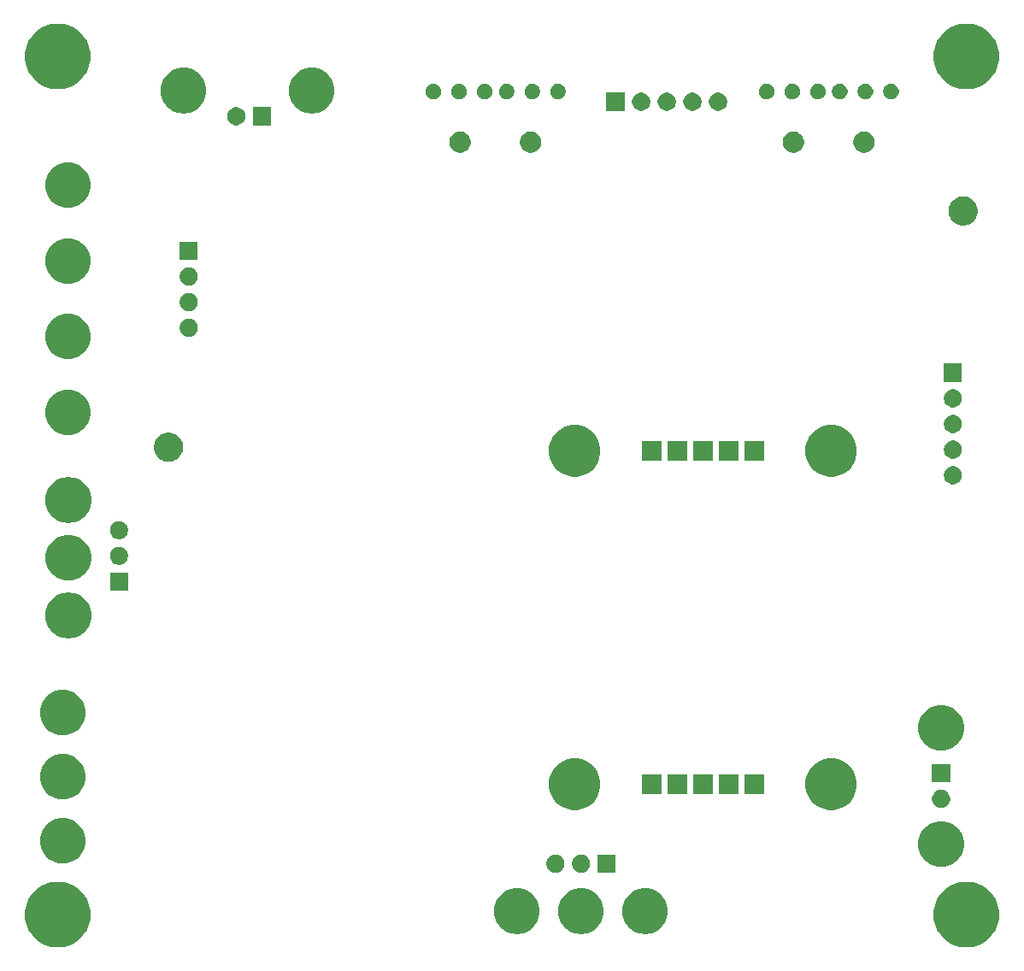
<source format=gbr>
G04 #@! TF.GenerationSoftware,KiCad,Pcbnew,(5.1.5)-3*
G04 #@! TF.CreationDate,2020-10-27T23:28:23+01:00*
G04 #@! TF.ProjectId,control_loop_1,636f6e74-726f-46c5-9f6c-6f6f705f312e,rev?*
G04 #@! TF.SameCoordinates,Original*
G04 #@! TF.FileFunction,Soldermask,Bot*
G04 #@! TF.FilePolarity,Negative*
%FSLAX46Y46*%
G04 Gerber Fmt 4.6, Leading zero omitted, Abs format (unit mm)*
G04 Created by KiCad (PCBNEW (5.1.5)-3) date 2020-10-27 23:28:23*
%MOMM*%
%LPD*%
G04 APERTURE LIST*
%ADD10C,0.100000*%
G04 APERTURE END LIST*
D10*
G36*
X186622239Y-135327467D02*
G01*
X186936282Y-135389934D01*
X187527926Y-135635001D01*
X188060392Y-135990784D01*
X188513216Y-136443608D01*
X188868999Y-136976074D01*
X189114066Y-137567718D01*
X189114066Y-137567719D01*
X189239000Y-138195803D01*
X189239000Y-138836197D01*
X189208931Y-138987365D01*
X189114066Y-139464282D01*
X188868999Y-140055926D01*
X188513216Y-140588392D01*
X188060392Y-141041216D01*
X187527926Y-141396999D01*
X186936282Y-141642066D01*
X186622239Y-141704533D01*
X186308197Y-141767000D01*
X185667803Y-141767000D01*
X185353761Y-141704533D01*
X185039718Y-141642066D01*
X184448074Y-141396999D01*
X183915608Y-141041216D01*
X183462784Y-140588392D01*
X183107001Y-140055926D01*
X182861934Y-139464282D01*
X182767069Y-138987365D01*
X182737000Y-138836197D01*
X182737000Y-138195803D01*
X182861934Y-137567719D01*
X182861934Y-137567718D01*
X183107001Y-136976074D01*
X183462784Y-136443608D01*
X183915608Y-135990784D01*
X184448074Y-135635001D01*
X185039718Y-135389934D01*
X185353761Y-135327467D01*
X185667803Y-135265000D01*
X186308197Y-135265000D01*
X186622239Y-135327467D01*
G37*
G36*
X96622239Y-135327467D02*
G01*
X96936282Y-135389934D01*
X97527926Y-135635001D01*
X98060392Y-135990784D01*
X98513216Y-136443608D01*
X98868999Y-136976074D01*
X99114066Y-137567718D01*
X99114066Y-137567719D01*
X99239000Y-138195803D01*
X99239000Y-138836197D01*
X99208931Y-138987365D01*
X99114066Y-139464282D01*
X98868999Y-140055926D01*
X98513216Y-140588392D01*
X98060392Y-141041216D01*
X97527926Y-141396999D01*
X96936282Y-141642066D01*
X96622239Y-141704533D01*
X96308197Y-141767000D01*
X95667803Y-141767000D01*
X95353761Y-141704533D01*
X95039718Y-141642066D01*
X94448074Y-141396999D01*
X93915608Y-141041216D01*
X93462784Y-140588392D01*
X93107001Y-140055926D01*
X92861934Y-139464282D01*
X92767069Y-138987365D01*
X92737000Y-138836197D01*
X92737000Y-138195803D01*
X92861934Y-137567719D01*
X92861934Y-137567718D01*
X93107001Y-136976074D01*
X93462784Y-136443608D01*
X93915608Y-135990784D01*
X94448074Y-135635001D01*
X95039718Y-135389934D01*
X95353761Y-135327467D01*
X95667803Y-135265000D01*
X96308197Y-135265000D01*
X96622239Y-135327467D01*
G37*
G36*
X148103880Y-135935776D02*
G01*
X148484593Y-136011504D01*
X148894249Y-136181189D01*
X149262929Y-136427534D01*
X149576466Y-136741071D01*
X149822811Y-137109751D01*
X149992496Y-137519407D01*
X150079000Y-137954296D01*
X150079000Y-138397704D01*
X149992496Y-138832593D01*
X149822811Y-139242249D01*
X149576466Y-139610929D01*
X149262929Y-139924466D01*
X148894249Y-140170811D01*
X148484593Y-140340496D01*
X148103880Y-140416224D01*
X148049705Y-140427000D01*
X147606295Y-140427000D01*
X147552120Y-140416224D01*
X147171407Y-140340496D01*
X146761751Y-140170811D01*
X146393071Y-139924466D01*
X146079534Y-139610929D01*
X145833189Y-139242249D01*
X145663504Y-138832593D01*
X145577000Y-138397704D01*
X145577000Y-137954296D01*
X145663504Y-137519407D01*
X145833189Y-137109751D01*
X146079534Y-136741071D01*
X146393071Y-136427534D01*
X146761751Y-136181189D01*
X147171407Y-136011504D01*
X147552120Y-135935776D01*
X147606295Y-135925000D01*
X148049705Y-135925000D01*
X148103880Y-135935776D01*
G37*
G36*
X154453880Y-135935776D02*
G01*
X154834593Y-136011504D01*
X155244249Y-136181189D01*
X155612929Y-136427534D01*
X155926466Y-136741071D01*
X156172811Y-137109751D01*
X156342496Y-137519407D01*
X156429000Y-137954296D01*
X156429000Y-138397704D01*
X156342496Y-138832593D01*
X156172811Y-139242249D01*
X155926466Y-139610929D01*
X155612929Y-139924466D01*
X155244249Y-140170811D01*
X154834593Y-140340496D01*
X154453880Y-140416224D01*
X154399705Y-140427000D01*
X153956295Y-140427000D01*
X153902120Y-140416224D01*
X153521407Y-140340496D01*
X153111751Y-140170811D01*
X152743071Y-139924466D01*
X152429534Y-139610929D01*
X152183189Y-139242249D01*
X152013504Y-138832593D01*
X151927000Y-138397704D01*
X151927000Y-137954296D01*
X152013504Y-137519407D01*
X152183189Y-137109751D01*
X152429534Y-136741071D01*
X152743071Y-136427534D01*
X153111751Y-136181189D01*
X153521407Y-136011504D01*
X153902120Y-135935776D01*
X153956295Y-135925000D01*
X154399705Y-135925000D01*
X154453880Y-135935776D01*
G37*
G36*
X141753880Y-135935776D02*
G01*
X142134593Y-136011504D01*
X142544249Y-136181189D01*
X142912929Y-136427534D01*
X143226466Y-136741071D01*
X143472811Y-137109751D01*
X143642496Y-137519407D01*
X143729000Y-137954296D01*
X143729000Y-138397704D01*
X143642496Y-138832593D01*
X143472811Y-139242249D01*
X143226466Y-139610929D01*
X142912929Y-139924466D01*
X142544249Y-140170811D01*
X142134593Y-140340496D01*
X141753880Y-140416224D01*
X141699705Y-140427000D01*
X141256295Y-140427000D01*
X141202120Y-140416224D01*
X140821407Y-140340496D01*
X140411751Y-140170811D01*
X140043071Y-139924466D01*
X139729534Y-139610929D01*
X139483189Y-139242249D01*
X139313504Y-138832593D01*
X139227000Y-138397704D01*
X139227000Y-137954296D01*
X139313504Y-137519407D01*
X139483189Y-137109751D01*
X139729534Y-136741071D01*
X140043071Y-136427534D01*
X140411751Y-136181189D01*
X140821407Y-136011504D01*
X141202120Y-135935776D01*
X141256295Y-135925000D01*
X141699705Y-135925000D01*
X141753880Y-135935776D01*
G37*
G36*
X151269000Y-134378000D02*
G01*
X149467000Y-134378000D01*
X149467000Y-132576000D01*
X151269000Y-132576000D01*
X151269000Y-134378000D01*
G37*
G36*
X145401512Y-132580927D02*
G01*
X145550812Y-132610624D01*
X145714784Y-132678544D01*
X145862354Y-132777147D01*
X145987853Y-132902646D01*
X146086456Y-133050216D01*
X146154376Y-133214188D01*
X146189000Y-133388259D01*
X146189000Y-133565741D01*
X146154376Y-133739812D01*
X146086456Y-133903784D01*
X145987853Y-134051354D01*
X145862354Y-134176853D01*
X145714784Y-134275456D01*
X145550812Y-134343376D01*
X145401512Y-134373073D01*
X145376742Y-134378000D01*
X145199258Y-134378000D01*
X145174488Y-134373073D01*
X145025188Y-134343376D01*
X144861216Y-134275456D01*
X144713646Y-134176853D01*
X144588147Y-134051354D01*
X144489544Y-133903784D01*
X144421624Y-133739812D01*
X144387000Y-133565741D01*
X144387000Y-133388259D01*
X144421624Y-133214188D01*
X144489544Y-133050216D01*
X144588147Y-132902646D01*
X144713646Y-132777147D01*
X144861216Y-132678544D01*
X145025188Y-132610624D01*
X145174488Y-132580927D01*
X145199258Y-132576000D01*
X145376742Y-132576000D01*
X145401512Y-132580927D01*
G37*
G36*
X147941512Y-132580927D02*
G01*
X148090812Y-132610624D01*
X148254784Y-132678544D01*
X148402354Y-132777147D01*
X148527853Y-132902646D01*
X148626456Y-133050216D01*
X148694376Y-133214188D01*
X148729000Y-133388259D01*
X148729000Y-133565741D01*
X148694376Y-133739812D01*
X148626456Y-133903784D01*
X148527853Y-134051354D01*
X148402354Y-134176853D01*
X148254784Y-134275456D01*
X148090812Y-134343376D01*
X147941512Y-134373073D01*
X147916742Y-134378000D01*
X147739258Y-134378000D01*
X147714488Y-134373073D01*
X147565188Y-134343376D01*
X147401216Y-134275456D01*
X147253646Y-134176853D01*
X147128147Y-134051354D01*
X147029544Y-133903784D01*
X146961624Y-133739812D01*
X146927000Y-133565741D01*
X146927000Y-133388259D01*
X146961624Y-133214188D01*
X147029544Y-133050216D01*
X147128147Y-132902646D01*
X147253646Y-132777147D01*
X147401216Y-132678544D01*
X147565188Y-132610624D01*
X147714488Y-132580927D01*
X147739258Y-132576000D01*
X147916742Y-132576000D01*
X147941512Y-132580927D01*
G37*
G36*
X183763880Y-129275776D02*
G01*
X184144593Y-129351504D01*
X184554249Y-129521189D01*
X184922929Y-129767534D01*
X185236466Y-130081071D01*
X185482811Y-130449751D01*
X185652496Y-130859407D01*
X185739000Y-131294296D01*
X185739000Y-131737704D01*
X185652496Y-132172593D01*
X185482811Y-132582249D01*
X185236466Y-132950929D01*
X184922929Y-133264466D01*
X184554249Y-133510811D01*
X184144593Y-133680496D01*
X183763880Y-133756224D01*
X183709705Y-133767000D01*
X183266295Y-133767000D01*
X183212120Y-133756224D01*
X182831407Y-133680496D01*
X182421751Y-133510811D01*
X182053071Y-133264466D01*
X181739534Y-132950929D01*
X181493189Y-132582249D01*
X181323504Y-132172593D01*
X181237000Y-131737704D01*
X181237000Y-131294296D01*
X181323504Y-130859407D01*
X181493189Y-130449751D01*
X181739534Y-130081071D01*
X182053071Y-129767534D01*
X182421751Y-129521189D01*
X182831407Y-129351504D01*
X183212120Y-129275776D01*
X183266295Y-129265000D01*
X183709705Y-129265000D01*
X183763880Y-129275776D01*
G37*
G36*
X96748880Y-128985776D02*
G01*
X97129593Y-129061504D01*
X97539249Y-129231189D01*
X97907929Y-129477534D01*
X98221466Y-129791071D01*
X98467811Y-130159751D01*
X98637496Y-130569407D01*
X98724000Y-131004296D01*
X98724000Y-131447704D01*
X98637496Y-131882593D01*
X98467811Y-132292249D01*
X98221466Y-132660929D01*
X97907929Y-132974466D01*
X97539249Y-133220811D01*
X97129593Y-133390496D01*
X96748880Y-133466224D01*
X96694705Y-133477000D01*
X96251295Y-133477000D01*
X96197120Y-133466224D01*
X95816407Y-133390496D01*
X95406751Y-133220811D01*
X95038071Y-132974466D01*
X94724534Y-132660929D01*
X94478189Y-132292249D01*
X94308504Y-131882593D01*
X94222000Y-131447704D01*
X94222000Y-131004296D01*
X94308504Y-130569407D01*
X94478189Y-130159751D01*
X94724534Y-129791071D01*
X95038071Y-129477534D01*
X95406751Y-129231189D01*
X95816407Y-129061504D01*
X96197120Y-128985776D01*
X96251295Y-128975000D01*
X96694705Y-128975000D01*
X96748880Y-128985776D01*
G37*
G36*
X173337098Y-123150033D02*
G01*
X173801350Y-123342332D01*
X173801352Y-123342333D01*
X174219168Y-123621509D01*
X174574491Y-123976832D01*
X174853667Y-124394648D01*
X174853668Y-124394650D01*
X175045967Y-124858902D01*
X175144000Y-125351747D01*
X175144000Y-125854253D01*
X175045967Y-126347098D01*
X174853668Y-126811350D01*
X174853667Y-126811352D01*
X174574491Y-127229168D01*
X174219168Y-127584491D01*
X173801352Y-127863667D01*
X173801351Y-127863668D01*
X173801350Y-127863668D01*
X173337098Y-128055967D01*
X172844253Y-128154000D01*
X172341747Y-128154000D01*
X171848902Y-128055967D01*
X171384650Y-127863668D01*
X171384649Y-127863668D01*
X171384648Y-127863667D01*
X170966832Y-127584491D01*
X170611509Y-127229168D01*
X170332333Y-126811352D01*
X170332332Y-126811350D01*
X170140033Y-126347098D01*
X170042000Y-125854253D01*
X170042000Y-125351747D01*
X170140033Y-124858902D01*
X170332332Y-124394650D01*
X170332333Y-124394648D01*
X170611509Y-123976832D01*
X170966832Y-123621509D01*
X171384648Y-123342333D01*
X171384650Y-123342332D01*
X171848902Y-123150033D01*
X172341747Y-123052000D01*
X172844253Y-123052000D01*
X173337098Y-123150033D01*
G37*
G36*
X147937098Y-123150033D02*
G01*
X148401350Y-123342332D01*
X148401352Y-123342333D01*
X148819168Y-123621509D01*
X149174491Y-123976832D01*
X149453667Y-124394648D01*
X149453668Y-124394650D01*
X149645967Y-124858902D01*
X149744000Y-125351747D01*
X149744000Y-125854253D01*
X149645967Y-126347098D01*
X149453668Y-126811350D01*
X149453667Y-126811352D01*
X149174491Y-127229168D01*
X148819168Y-127584491D01*
X148401352Y-127863667D01*
X148401351Y-127863668D01*
X148401350Y-127863668D01*
X147937098Y-128055967D01*
X147444253Y-128154000D01*
X146941747Y-128154000D01*
X146448902Y-128055967D01*
X145984650Y-127863668D01*
X145984649Y-127863668D01*
X145984648Y-127863667D01*
X145566832Y-127584491D01*
X145211509Y-127229168D01*
X144932333Y-126811352D01*
X144932332Y-126811350D01*
X144740033Y-126347098D01*
X144642000Y-125854253D01*
X144642000Y-125351747D01*
X144740033Y-124858902D01*
X144932332Y-124394650D01*
X144932333Y-124394648D01*
X145211509Y-123976832D01*
X145566832Y-123621509D01*
X145984648Y-123342333D01*
X145984650Y-123342332D01*
X146448902Y-123150033D01*
X146941747Y-123052000D01*
X147444253Y-123052000D01*
X147937098Y-123150033D01*
G37*
G36*
X183600335Y-126159693D02*
G01*
X183750812Y-126189624D01*
X183914784Y-126257544D01*
X184062354Y-126356147D01*
X184187853Y-126481646D01*
X184286456Y-126629216D01*
X184354376Y-126793188D01*
X184389000Y-126967259D01*
X184389000Y-127144741D01*
X184354376Y-127318812D01*
X184286456Y-127482784D01*
X184187853Y-127630354D01*
X184062354Y-127755853D01*
X183914784Y-127854456D01*
X183750812Y-127922376D01*
X183601512Y-127952073D01*
X183576742Y-127957000D01*
X183399258Y-127957000D01*
X183374488Y-127952073D01*
X183225188Y-127922376D01*
X183061216Y-127854456D01*
X182913646Y-127755853D01*
X182788147Y-127630354D01*
X182689544Y-127482784D01*
X182621624Y-127318812D01*
X182587000Y-127144741D01*
X182587000Y-126967259D01*
X182621624Y-126793188D01*
X182689544Y-126629216D01*
X182788147Y-126481646D01*
X182913646Y-126356147D01*
X183061216Y-126257544D01*
X183225188Y-126189624D01*
X183375665Y-126159693D01*
X183399258Y-126155000D01*
X183576742Y-126155000D01*
X183600335Y-126159693D01*
G37*
G36*
X96748880Y-122635776D02*
G01*
X97129593Y-122711504D01*
X97539249Y-122881189D01*
X97907929Y-123127534D01*
X98221466Y-123441071D01*
X98467811Y-123809751D01*
X98637496Y-124219407D01*
X98724000Y-124654296D01*
X98724000Y-125097704D01*
X98637496Y-125532593D01*
X98467811Y-125942249D01*
X98221466Y-126310929D01*
X97907929Y-126624466D01*
X97539249Y-126870811D01*
X97129593Y-127040496D01*
X96748880Y-127116224D01*
X96694705Y-127127000D01*
X96251295Y-127127000D01*
X96197120Y-127116224D01*
X95816407Y-127040496D01*
X95406751Y-126870811D01*
X95038071Y-126624466D01*
X94724534Y-126310929D01*
X94478189Y-125942249D01*
X94308504Y-125532593D01*
X94222000Y-125097704D01*
X94222000Y-124654296D01*
X94308504Y-124219407D01*
X94478189Y-123809751D01*
X94724534Y-123441071D01*
X95038071Y-123127534D01*
X95406751Y-122881189D01*
X95816407Y-122711504D01*
X96197120Y-122635776D01*
X96251295Y-122625000D01*
X96694705Y-122625000D01*
X96748880Y-122635776D01*
G37*
G36*
X155764000Y-126554000D02*
G01*
X153862000Y-126554000D01*
X153862000Y-124652000D01*
X155764000Y-124652000D01*
X155764000Y-126554000D01*
G37*
G36*
X158304000Y-126554000D02*
G01*
X156402000Y-126554000D01*
X156402000Y-124652000D01*
X158304000Y-124652000D01*
X158304000Y-126554000D01*
G37*
G36*
X160844000Y-126554000D02*
G01*
X158942000Y-126554000D01*
X158942000Y-124652000D01*
X160844000Y-124652000D01*
X160844000Y-126554000D01*
G37*
G36*
X163384000Y-126554000D02*
G01*
X161482000Y-126554000D01*
X161482000Y-124652000D01*
X163384000Y-124652000D01*
X163384000Y-126554000D01*
G37*
G36*
X165924000Y-126554000D02*
G01*
X164022000Y-126554000D01*
X164022000Y-124652000D01*
X165924000Y-124652000D01*
X165924000Y-126554000D01*
G37*
G36*
X184389000Y-125417000D02*
G01*
X182587000Y-125417000D01*
X182587000Y-123615000D01*
X184389000Y-123615000D01*
X184389000Y-125417000D01*
G37*
G36*
X183763880Y-117775776D02*
G01*
X184144593Y-117851504D01*
X184554249Y-118021189D01*
X184922929Y-118267534D01*
X185236466Y-118581071D01*
X185482811Y-118949751D01*
X185652496Y-119359407D01*
X185739000Y-119794296D01*
X185739000Y-120237704D01*
X185652496Y-120672593D01*
X185482811Y-121082249D01*
X185236466Y-121450929D01*
X184922929Y-121764466D01*
X184554249Y-122010811D01*
X184144593Y-122180496D01*
X183763880Y-122256224D01*
X183709705Y-122267000D01*
X183266295Y-122267000D01*
X183212120Y-122256224D01*
X182831407Y-122180496D01*
X182421751Y-122010811D01*
X182053071Y-121764466D01*
X181739534Y-121450929D01*
X181493189Y-121082249D01*
X181323504Y-120672593D01*
X181237000Y-120237704D01*
X181237000Y-119794296D01*
X181323504Y-119359407D01*
X181493189Y-118949751D01*
X181739534Y-118581071D01*
X182053071Y-118267534D01*
X182421751Y-118021189D01*
X182831407Y-117851504D01*
X183212120Y-117775776D01*
X183266295Y-117765000D01*
X183709705Y-117765000D01*
X183763880Y-117775776D01*
G37*
G36*
X96748880Y-116285776D02*
G01*
X97129593Y-116361504D01*
X97539249Y-116531189D01*
X97907929Y-116777534D01*
X98221466Y-117091071D01*
X98467811Y-117459751D01*
X98637496Y-117869407D01*
X98724000Y-118304296D01*
X98724000Y-118747704D01*
X98637496Y-119182593D01*
X98467811Y-119592249D01*
X98221466Y-119960929D01*
X97907929Y-120274466D01*
X97539249Y-120520811D01*
X97129593Y-120690496D01*
X96748880Y-120766224D01*
X96694705Y-120777000D01*
X96251295Y-120777000D01*
X96197120Y-120766224D01*
X95816407Y-120690496D01*
X95406751Y-120520811D01*
X95038071Y-120274466D01*
X94724534Y-119960929D01*
X94478189Y-119592249D01*
X94308504Y-119182593D01*
X94222000Y-118747704D01*
X94222000Y-118304296D01*
X94308504Y-117869407D01*
X94478189Y-117459751D01*
X94724534Y-117091071D01*
X95038071Y-116777534D01*
X95406751Y-116531189D01*
X95816407Y-116361504D01*
X96197120Y-116285776D01*
X96251295Y-116275000D01*
X96694705Y-116275000D01*
X96748880Y-116285776D01*
G37*
G36*
X97317880Y-106643776D02*
G01*
X97698593Y-106719504D01*
X98108249Y-106889189D01*
X98476929Y-107135534D01*
X98790466Y-107449071D01*
X99036811Y-107817751D01*
X99206496Y-108227407D01*
X99293000Y-108662296D01*
X99293000Y-109105704D01*
X99206496Y-109540593D01*
X99036811Y-109950249D01*
X98790466Y-110318929D01*
X98476929Y-110632466D01*
X98108249Y-110878811D01*
X97698593Y-111048496D01*
X97317880Y-111124224D01*
X97263705Y-111135000D01*
X96820295Y-111135000D01*
X96766120Y-111124224D01*
X96385407Y-111048496D01*
X95975751Y-110878811D01*
X95607071Y-110632466D01*
X95293534Y-110318929D01*
X95047189Y-109950249D01*
X94877504Y-109540593D01*
X94791000Y-109105704D01*
X94791000Y-108662296D01*
X94877504Y-108227407D01*
X95047189Y-107817751D01*
X95293534Y-107449071D01*
X95607071Y-107135534D01*
X95975751Y-106889189D01*
X96385407Y-106719504D01*
X96766120Y-106643776D01*
X96820295Y-106633000D01*
X97263705Y-106633000D01*
X97317880Y-106643776D01*
G37*
G36*
X102959500Y-106419500D02*
G01*
X101157500Y-106419500D01*
X101157500Y-104617500D01*
X102959500Y-104617500D01*
X102959500Y-106419500D01*
G37*
G36*
X97317880Y-100928776D02*
G01*
X97698593Y-101004504D01*
X98108249Y-101174189D01*
X98476929Y-101420534D01*
X98790466Y-101734071D01*
X99036811Y-102102751D01*
X99206496Y-102512407D01*
X99293000Y-102947296D01*
X99293000Y-103390704D01*
X99206496Y-103825593D01*
X99036811Y-104235249D01*
X98790466Y-104603929D01*
X98476929Y-104917466D01*
X98108249Y-105163811D01*
X97698593Y-105333496D01*
X97317880Y-105409224D01*
X97263705Y-105420000D01*
X96820295Y-105420000D01*
X96766120Y-105409224D01*
X96385407Y-105333496D01*
X95975751Y-105163811D01*
X95607071Y-104917466D01*
X95293534Y-104603929D01*
X95047189Y-104235249D01*
X94877504Y-103825593D01*
X94791000Y-103390704D01*
X94791000Y-102947296D01*
X94877504Y-102512407D01*
X95047189Y-102102751D01*
X95293534Y-101734071D01*
X95607071Y-101420534D01*
X95975751Y-101174189D01*
X96385407Y-101004504D01*
X96766120Y-100928776D01*
X96820295Y-100918000D01*
X97263705Y-100918000D01*
X97317880Y-100928776D01*
G37*
G36*
X102172012Y-102082427D02*
G01*
X102321312Y-102112124D01*
X102485284Y-102180044D01*
X102632854Y-102278647D01*
X102758353Y-102404146D01*
X102856956Y-102551716D01*
X102924876Y-102715688D01*
X102959500Y-102889759D01*
X102959500Y-103067241D01*
X102924876Y-103241312D01*
X102856956Y-103405284D01*
X102758353Y-103552854D01*
X102632854Y-103678353D01*
X102485284Y-103776956D01*
X102321312Y-103844876D01*
X102172012Y-103874573D01*
X102147242Y-103879500D01*
X101969758Y-103879500D01*
X101944988Y-103874573D01*
X101795688Y-103844876D01*
X101631716Y-103776956D01*
X101484146Y-103678353D01*
X101358647Y-103552854D01*
X101260044Y-103405284D01*
X101192124Y-103241312D01*
X101157500Y-103067241D01*
X101157500Y-102889759D01*
X101192124Y-102715688D01*
X101260044Y-102551716D01*
X101358647Y-102404146D01*
X101484146Y-102278647D01*
X101631716Y-102180044D01*
X101795688Y-102112124D01*
X101944988Y-102082427D01*
X101969758Y-102077500D01*
X102147242Y-102077500D01*
X102172012Y-102082427D01*
G37*
G36*
X102172012Y-99542427D02*
G01*
X102321312Y-99572124D01*
X102485284Y-99640044D01*
X102632854Y-99738647D01*
X102758353Y-99864146D01*
X102856956Y-100011716D01*
X102924876Y-100175688D01*
X102959500Y-100349759D01*
X102959500Y-100527241D01*
X102924876Y-100701312D01*
X102856956Y-100865284D01*
X102758353Y-101012854D01*
X102632854Y-101138353D01*
X102485284Y-101236956D01*
X102321312Y-101304876D01*
X102172012Y-101334573D01*
X102147242Y-101339500D01*
X101969758Y-101339500D01*
X101944988Y-101334573D01*
X101795688Y-101304876D01*
X101631716Y-101236956D01*
X101484146Y-101138353D01*
X101358647Y-101012854D01*
X101260044Y-100865284D01*
X101192124Y-100701312D01*
X101157500Y-100527241D01*
X101157500Y-100349759D01*
X101192124Y-100175688D01*
X101260044Y-100011716D01*
X101358647Y-99864146D01*
X101484146Y-99738647D01*
X101631716Y-99640044D01*
X101795688Y-99572124D01*
X101944988Y-99542427D01*
X101969758Y-99537500D01*
X102147242Y-99537500D01*
X102172012Y-99542427D01*
G37*
G36*
X97317880Y-95213776D02*
G01*
X97698593Y-95289504D01*
X98108249Y-95459189D01*
X98476929Y-95705534D01*
X98790466Y-96019071D01*
X99036811Y-96387751D01*
X99206496Y-96797407D01*
X99293000Y-97232296D01*
X99293000Y-97675704D01*
X99206496Y-98110593D01*
X99036811Y-98520249D01*
X98790466Y-98888929D01*
X98476929Y-99202466D01*
X98108249Y-99448811D01*
X97698593Y-99618496D01*
X97317880Y-99694224D01*
X97263705Y-99705000D01*
X96820295Y-99705000D01*
X96766120Y-99694224D01*
X96385407Y-99618496D01*
X95975751Y-99448811D01*
X95607071Y-99202466D01*
X95293534Y-98888929D01*
X95047189Y-98520249D01*
X94877504Y-98110593D01*
X94791000Y-97675704D01*
X94791000Y-97232296D01*
X94877504Y-96797407D01*
X95047189Y-96387751D01*
X95293534Y-96019071D01*
X95607071Y-95705534D01*
X95975751Y-95459189D01*
X96385407Y-95289504D01*
X96766120Y-95213776D01*
X96820295Y-95203000D01*
X97263705Y-95203000D01*
X97317880Y-95213776D01*
G37*
G36*
X184771512Y-94099927D02*
G01*
X184920812Y-94129624D01*
X185084784Y-94197544D01*
X185232354Y-94296147D01*
X185357853Y-94421646D01*
X185456456Y-94569216D01*
X185524376Y-94733188D01*
X185559000Y-94907259D01*
X185559000Y-95084741D01*
X185524376Y-95258812D01*
X185456456Y-95422784D01*
X185357853Y-95570354D01*
X185232354Y-95695853D01*
X185084784Y-95794456D01*
X184920812Y-95862376D01*
X184771512Y-95892073D01*
X184746742Y-95897000D01*
X184569258Y-95897000D01*
X184544488Y-95892073D01*
X184395188Y-95862376D01*
X184231216Y-95794456D01*
X184083646Y-95695853D01*
X183958147Y-95570354D01*
X183859544Y-95422784D01*
X183791624Y-95258812D01*
X183757000Y-95084741D01*
X183757000Y-94907259D01*
X183791624Y-94733188D01*
X183859544Y-94569216D01*
X183958147Y-94421646D01*
X184083646Y-94296147D01*
X184231216Y-94197544D01*
X184395188Y-94129624D01*
X184544488Y-94099927D01*
X184569258Y-94095000D01*
X184746742Y-94095000D01*
X184771512Y-94099927D01*
G37*
G36*
X173337098Y-90130033D02*
G01*
X173745101Y-90299033D01*
X173801352Y-90322333D01*
X174219168Y-90601509D01*
X174574491Y-90956832D01*
X174805821Y-91303042D01*
X174853668Y-91374650D01*
X175045967Y-91838902D01*
X175144000Y-92331747D01*
X175144000Y-92834253D01*
X175045967Y-93327098D01*
X174923301Y-93623240D01*
X174853667Y-93791352D01*
X174574491Y-94209168D01*
X174219168Y-94564491D01*
X173801352Y-94843667D01*
X173801351Y-94843668D01*
X173801350Y-94843668D01*
X173337098Y-95035967D01*
X172844253Y-95134000D01*
X172341747Y-95134000D01*
X171848902Y-95035967D01*
X171384650Y-94843668D01*
X171384649Y-94843668D01*
X171384648Y-94843667D01*
X170966832Y-94564491D01*
X170611509Y-94209168D01*
X170332333Y-93791352D01*
X170262699Y-93623240D01*
X170140033Y-93327098D01*
X170042000Y-92834253D01*
X170042000Y-92331747D01*
X170140033Y-91838902D01*
X170332332Y-91374650D01*
X170380179Y-91303042D01*
X170611509Y-90956832D01*
X170966832Y-90601509D01*
X171384648Y-90322333D01*
X171440899Y-90299033D01*
X171848902Y-90130033D01*
X172341747Y-90032000D01*
X172844253Y-90032000D01*
X173337098Y-90130033D01*
G37*
G36*
X147937098Y-90130033D02*
G01*
X148345101Y-90299033D01*
X148401352Y-90322333D01*
X148819168Y-90601509D01*
X149174491Y-90956832D01*
X149405821Y-91303042D01*
X149453668Y-91374650D01*
X149645967Y-91838902D01*
X149744000Y-92331747D01*
X149744000Y-92834253D01*
X149645967Y-93327098D01*
X149523301Y-93623240D01*
X149453667Y-93791352D01*
X149174491Y-94209168D01*
X148819168Y-94564491D01*
X148401352Y-94843667D01*
X148401351Y-94843668D01*
X148401350Y-94843668D01*
X147937098Y-95035967D01*
X147444253Y-95134000D01*
X146941747Y-95134000D01*
X146448902Y-95035967D01*
X145984650Y-94843668D01*
X145984649Y-94843668D01*
X145984648Y-94843667D01*
X145566832Y-94564491D01*
X145211509Y-94209168D01*
X144932333Y-93791352D01*
X144862699Y-93623240D01*
X144740033Y-93327098D01*
X144642000Y-92834253D01*
X144642000Y-92331747D01*
X144740033Y-91838902D01*
X144932332Y-91374650D01*
X144980179Y-91303042D01*
X145211509Y-90956832D01*
X145566832Y-90601509D01*
X145984648Y-90322333D01*
X146040899Y-90299033D01*
X146448902Y-90130033D01*
X146941747Y-90032000D01*
X147444253Y-90032000D01*
X147937098Y-90130033D01*
G37*
G36*
X107383241Y-90832760D02*
G01*
X107647305Y-90942139D01*
X107884958Y-91100934D01*
X108087066Y-91303042D01*
X108245861Y-91540695D01*
X108355240Y-91804759D01*
X108411000Y-92085088D01*
X108411000Y-92370912D01*
X108355240Y-92651241D01*
X108245861Y-92915305D01*
X108087066Y-93152958D01*
X107884958Y-93355066D01*
X107647305Y-93513861D01*
X107383241Y-93623240D01*
X107102912Y-93679000D01*
X106817088Y-93679000D01*
X106536759Y-93623240D01*
X106272695Y-93513861D01*
X106035042Y-93355066D01*
X105832934Y-93152958D01*
X105674139Y-92915305D01*
X105564760Y-92651241D01*
X105509000Y-92370912D01*
X105509000Y-92085088D01*
X105564760Y-91804759D01*
X105674139Y-91540695D01*
X105832934Y-91303042D01*
X106035042Y-91100934D01*
X106272695Y-90942139D01*
X106536759Y-90832760D01*
X106817088Y-90777000D01*
X107102912Y-90777000D01*
X107383241Y-90832760D01*
G37*
G36*
X158304000Y-93534000D02*
G01*
X156402000Y-93534000D01*
X156402000Y-91632000D01*
X158304000Y-91632000D01*
X158304000Y-93534000D01*
G37*
G36*
X155764000Y-93534000D02*
G01*
X153862000Y-93534000D01*
X153862000Y-91632000D01*
X155764000Y-91632000D01*
X155764000Y-93534000D01*
G37*
G36*
X160844000Y-93534000D02*
G01*
X158942000Y-93534000D01*
X158942000Y-91632000D01*
X160844000Y-91632000D01*
X160844000Y-93534000D01*
G37*
G36*
X163384000Y-93534000D02*
G01*
X161482000Y-93534000D01*
X161482000Y-91632000D01*
X163384000Y-91632000D01*
X163384000Y-93534000D01*
G37*
G36*
X165924000Y-93534000D02*
G01*
X164022000Y-93534000D01*
X164022000Y-91632000D01*
X165924000Y-91632000D01*
X165924000Y-93534000D01*
G37*
G36*
X184771512Y-91559927D02*
G01*
X184920812Y-91589624D01*
X185084784Y-91657544D01*
X185232354Y-91756147D01*
X185357853Y-91881646D01*
X185456456Y-92029216D01*
X185524376Y-92193188D01*
X185559000Y-92367259D01*
X185559000Y-92544741D01*
X185524376Y-92718812D01*
X185456456Y-92882784D01*
X185357853Y-93030354D01*
X185232354Y-93155853D01*
X185084784Y-93254456D01*
X184920812Y-93322376D01*
X184771512Y-93352073D01*
X184746742Y-93357000D01*
X184569258Y-93357000D01*
X184544488Y-93352073D01*
X184395188Y-93322376D01*
X184231216Y-93254456D01*
X184083646Y-93155853D01*
X183958147Y-93030354D01*
X183859544Y-92882784D01*
X183791624Y-92718812D01*
X183757000Y-92544741D01*
X183757000Y-92367259D01*
X183791624Y-92193188D01*
X183859544Y-92029216D01*
X183958147Y-91881646D01*
X184083646Y-91756147D01*
X184231216Y-91657544D01*
X184395188Y-91589624D01*
X184544488Y-91559927D01*
X184569258Y-91555000D01*
X184746742Y-91555000D01*
X184771512Y-91559927D01*
G37*
G36*
X97263880Y-86525776D02*
G01*
X97644593Y-86601504D01*
X98054249Y-86771189D01*
X98422929Y-87017534D01*
X98736466Y-87331071D01*
X98982811Y-87699751D01*
X99152496Y-88109407D01*
X99239000Y-88544296D01*
X99239000Y-88987704D01*
X99152496Y-89422593D01*
X98982811Y-89832249D01*
X98736466Y-90200929D01*
X98422929Y-90514466D01*
X98054249Y-90760811D01*
X97644593Y-90930496D01*
X97263880Y-91006224D01*
X97209705Y-91017000D01*
X96766295Y-91017000D01*
X96712120Y-91006224D01*
X96331407Y-90930496D01*
X95921751Y-90760811D01*
X95553071Y-90514466D01*
X95239534Y-90200929D01*
X94993189Y-89832249D01*
X94823504Y-89422593D01*
X94737000Y-88987704D01*
X94737000Y-88544296D01*
X94823504Y-88109407D01*
X94993189Y-87699751D01*
X95239534Y-87331071D01*
X95553071Y-87017534D01*
X95921751Y-86771189D01*
X96331407Y-86601504D01*
X96712120Y-86525776D01*
X96766295Y-86515000D01*
X97209705Y-86515000D01*
X97263880Y-86525776D01*
G37*
G36*
X184771512Y-89019927D02*
G01*
X184920812Y-89049624D01*
X185084784Y-89117544D01*
X185232354Y-89216147D01*
X185357853Y-89341646D01*
X185456456Y-89489216D01*
X185524376Y-89653188D01*
X185554073Y-89802488D01*
X185559000Y-89827258D01*
X185559000Y-90004742D01*
X185554073Y-90029512D01*
X185524376Y-90178812D01*
X185456456Y-90342784D01*
X185357853Y-90490354D01*
X185232354Y-90615853D01*
X185084784Y-90714456D01*
X184920812Y-90782376D01*
X184771512Y-90812073D01*
X184746742Y-90817000D01*
X184569258Y-90817000D01*
X184544488Y-90812073D01*
X184395188Y-90782376D01*
X184231216Y-90714456D01*
X184083646Y-90615853D01*
X183958147Y-90490354D01*
X183859544Y-90342784D01*
X183791624Y-90178812D01*
X183761927Y-90029512D01*
X183757000Y-90004742D01*
X183757000Y-89827258D01*
X183761927Y-89802488D01*
X183791624Y-89653188D01*
X183859544Y-89489216D01*
X183958147Y-89341646D01*
X184083646Y-89216147D01*
X184231216Y-89117544D01*
X184395188Y-89049624D01*
X184544488Y-89019927D01*
X184569258Y-89015000D01*
X184746742Y-89015000D01*
X184771512Y-89019927D01*
G37*
G36*
X184771512Y-86479927D02*
G01*
X184920812Y-86509624D01*
X185084784Y-86577544D01*
X185232354Y-86676147D01*
X185357853Y-86801646D01*
X185456456Y-86949216D01*
X185524376Y-87113188D01*
X185559000Y-87287259D01*
X185559000Y-87464741D01*
X185524376Y-87638812D01*
X185456456Y-87802784D01*
X185357853Y-87950354D01*
X185232354Y-88075853D01*
X185084784Y-88174456D01*
X184920812Y-88242376D01*
X184771512Y-88272073D01*
X184746742Y-88277000D01*
X184569258Y-88277000D01*
X184544488Y-88272073D01*
X184395188Y-88242376D01*
X184231216Y-88174456D01*
X184083646Y-88075853D01*
X183958147Y-87950354D01*
X183859544Y-87802784D01*
X183791624Y-87638812D01*
X183757000Y-87464741D01*
X183757000Y-87287259D01*
X183791624Y-87113188D01*
X183859544Y-86949216D01*
X183958147Y-86801646D01*
X184083646Y-86676147D01*
X184231216Y-86577544D01*
X184395188Y-86509624D01*
X184544488Y-86479927D01*
X184569258Y-86475000D01*
X184746742Y-86475000D01*
X184771512Y-86479927D01*
G37*
G36*
X185559000Y-85737000D02*
G01*
X183757000Y-85737000D01*
X183757000Y-83935000D01*
X185559000Y-83935000D01*
X185559000Y-85737000D01*
G37*
G36*
X97263880Y-79025776D02*
G01*
X97644593Y-79101504D01*
X98054249Y-79271189D01*
X98422929Y-79517534D01*
X98736466Y-79831071D01*
X98982811Y-80199751D01*
X99152496Y-80609407D01*
X99239000Y-81044296D01*
X99239000Y-81487704D01*
X99152496Y-81922593D01*
X98982811Y-82332249D01*
X98736466Y-82700929D01*
X98422929Y-83014466D01*
X98054249Y-83260811D01*
X97644593Y-83430496D01*
X97263880Y-83506224D01*
X97209705Y-83517000D01*
X96766295Y-83517000D01*
X96712120Y-83506224D01*
X96331407Y-83430496D01*
X95921751Y-83260811D01*
X95553071Y-83014466D01*
X95239534Y-82700929D01*
X94993189Y-82332249D01*
X94823504Y-81922593D01*
X94737000Y-81487704D01*
X94737000Y-81044296D01*
X94823504Y-80609407D01*
X94993189Y-80199751D01*
X95239534Y-79831071D01*
X95553071Y-79517534D01*
X95921751Y-79271189D01*
X96331407Y-79101504D01*
X96712120Y-79025776D01*
X96766295Y-79015000D01*
X97209705Y-79015000D01*
X97263880Y-79025776D01*
G37*
G36*
X109079512Y-79494927D02*
G01*
X109228812Y-79524624D01*
X109392784Y-79592544D01*
X109540354Y-79691147D01*
X109665853Y-79816646D01*
X109764456Y-79964216D01*
X109832376Y-80128188D01*
X109867000Y-80302259D01*
X109867000Y-80479741D01*
X109832376Y-80653812D01*
X109764456Y-80817784D01*
X109665853Y-80965354D01*
X109540354Y-81090853D01*
X109392784Y-81189456D01*
X109228812Y-81257376D01*
X109079512Y-81287073D01*
X109054742Y-81292000D01*
X108877258Y-81292000D01*
X108852488Y-81287073D01*
X108703188Y-81257376D01*
X108539216Y-81189456D01*
X108391646Y-81090853D01*
X108266147Y-80965354D01*
X108167544Y-80817784D01*
X108099624Y-80653812D01*
X108065000Y-80479741D01*
X108065000Y-80302259D01*
X108099624Y-80128188D01*
X108167544Y-79964216D01*
X108266147Y-79816646D01*
X108391646Y-79691147D01*
X108539216Y-79592544D01*
X108703188Y-79524624D01*
X108852488Y-79494927D01*
X108877258Y-79490000D01*
X109054742Y-79490000D01*
X109079512Y-79494927D01*
G37*
G36*
X109079512Y-76954927D02*
G01*
X109228812Y-76984624D01*
X109392784Y-77052544D01*
X109540354Y-77151147D01*
X109665853Y-77276646D01*
X109764456Y-77424216D01*
X109832376Y-77588188D01*
X109867000Y-77762259D01*
X109867000Y-77939741D01*
X109832376Y-78113812D01*
X109764456Y-78277784D01*
X109665853Y-78425354D01*
X109540354Y-78550853D01*
X109392784Y-78649456D01*
X109228812Y-78717376D01*
X109079512Y-78747073D01*
X109054742Y-78752000D01*
X108877258Y-78752000D01*
X108852488Y-78747073D01*
X108703188Y-78717376D01*
X108539216Y-78649456D01*
X108391646Y-78550853D01*
X108266147Y-78425354D01*
X108167544Y-78277784D01*
X108099624Y-78113812D01*
X108065000Y-77939741D01*
X108065000Y-77762259D01*
X108099624Y-77588188D01*
X108167544Y-77424216D01*
X108266147Y-77276646D01*
X108391646Y-77151147D01*
X108539216Y-77052544D01*
X108703188Y-76984624D01*
X108852488Y-76954927D01*
X108877258Y-76950000D01*
X109054742Y-76950000D01*
X109079512Y-76954927D01*
G37*
G36*
X109079512Y-74414927D02*
G01*
X109228812Y-74444624D01*
X109392784Y-74512544D01*
X109540354Y-74611147D01*
X109665853Y-74736646D01*
X109764456Y-74884216D01*
X109832376Y-75048188D01*
X109867000Y-75222259D01*
X109867000Y-75399741D01*
X109832376Y-75573812D01*
X109764456Y-75737784D01*
X109665853Y-75885354D01*
X109540354Y-76010853D01*
X109392784Y-76109456D01*
X109228812Y-76177376D01*
X109079512Y-76207073D01*
X109054742Y-76212000D01*
X108877258Y-76212000D01*
X108852488Y-76207073D01*
X108703188Y-76177376D01*
X108539216Y-76109456D01*
X108391646Y-76010853D01*
X108266147Y-75885354D01*
X108167544Y-75737784D01*
X108099624Y-75573812D01*
X108065000Y-75399741D01*
X108065000Y-75222259D01*
X108099624Y-75048188D01*
X108167544Y-74884216D01*
X108266147Y-74736646D01*
X108391646Y-74611147D01*
X108539216Y-74512544D01*
X108703188Y-74444624D01*
X108852488Y-74414927D01*
X108877258Y-74410000D01*
X109054742Y-74410000D01*
X109079512Y-74414927D01*
G37*
G36*
X97263880Y-71525776D02*
G01*
X97644593Y-71601504D01*
X98054249Y-71771189D01*
X98422929Y-72017534D01*
X98736466Y-72331071D01*
X98982811Y-72699751D01*
X99152496Y-73109407D01*
X99239000Y-73544296D01*
X99239000Y-73987704D01*
X99152496Y-74422593D01*
X98982811Y-74832249D01*
X98736466Y-75200929D01*
X98422929Y-75514466D01*
X98054249Y-75760811D01*
X97644593Y-75930496D01*
X97263880Y-76006224D01*
X97209705Y-76017000D01*
X96766295Y-76017000D01*
X96712120Y-76006224D01*
X96331407Y-75930496D01*
X95921751Y-75760811D01*
X95553071Y-75514466D01*
X95239534Y-75200929D01*
X94993189Y-74832249D01*
X94823504Y-74422593D01*
X94737000Y-73987704D01*
X94737000Y-73544296D01*
X94823504Y-73109407D01*
X94993189Y-72699751D01*
X95239534Y-72331071D01*
X95553071Y-72017534D01*
X95921751Y-71771189D01*
X96331407Y-71601504D01*
X96712120Y-71525776D01*
X96766295Y-71515000D01*
X97209705Y-71515000D01*
X97263880Y-71525776D01*
G37*
G36*
X109867000Y-73672000D02*
G01*
X108065000Y-73672000D01*
X108065000Y-71870000D01*
X109867000Y-71870000D01*
X109867000Y-73672000D01*
G37*
G36*
X186097241Y-67438760D02*
G01*
X186361305Y-67548139D01*
X186598958Y-67706934D01*
X186801066Y-67909042D01*
X186959861Y-68146695D01*
X187069240Y-68410759D01*
X187125000Y-68691088D01*
X187125000Y-68976912D01*
X187069240Y-69257241D01*
X186959861Y-69521305D01*
X186801066Y-69758958D01*
X186598958Y-69961066D01*
X186361305Y-70119861D01*
X186097241Y-70229240D01*
X185816912Y-70285000D01*
X185531088Y-70285000D01*
X185250759Y-70229240D01*
X184986695Y-70119861D01*
X184749042Y-69961066D01*
X184546934Y-69758958D01*
X184388139Y-69521305D01*
X184278760Y-69257241D01*
X184223000Y-68976912D01*
X184223000Y-68691088D01*
X184278760Y-68410759D01*
X184388139Y-68146695D01*
X184546934Y-67909042D01*
X184749042Y-67706934D01*
X184986695Y-67548139D01*
X185250759Y-67438760D01*
X185531088Y-67383000D01*
X185816912Y-67383000D01*
X186097241Y-67438760D01*
G37*
G36*
X97263880Y-64025776D02*
G01*
X97644593Y-64101504D01*
X98054249Y-64271189D01*
X98422929Y-64517534D01*
X98736466Y-64831071D01*
X98982811Y-65199751D01*
X99152496Y-65609407D01*
X99239000Y-66044296D01*
X99239000Y-66487704D01*
X99152496Y-66922593D01*
X98982811Y-67332249D01*
X98736466Y-67700929D01*
X98422929Y-68014466D01*
X98054249Y-68260811D01*
X97644593Y-68430496D01*
X97263880Y-68506224D01*
X97209705Y-68517000D01*
X96766295Y-68517000D01*
X96712120Y-68506224D01*
X96331407Y-68430496D01*
X95921751Y-68260811D01*
X95553071Y-68014466D01*
X95239534Y-67700929D01*
X94993189Y-67332249D01*
X94823504Y-66922593D01*
X94737000Y-66487704D01*
X94737000Y-66044296D01*
X94823504Y-65609407D01*
X94993189Y-65199751D01*
X95239534Y-64831071D01*
X95553071Y-64517534D01*
X95921751Y-64271189D01*
X96331407Y-64101504D01*
X96712120Y-64025776D01*
X96766295Y-64015000D01*
X97209705Y-64015000D01*
X97263880Y-64025776D01*
G37*
G36*
X169169564Y-61000389D02*
G01*
X169360833Y-61079615D01*
X169360835Y-61079616D01*
X169532973Y-61194635D01*
X169679365Y-61341027D01*
X169794385Y-61513167D01*
X169873611Y-61704436D01*
X169914000Y-61907484D01*
X169914000Y-62114516D01*
X169873611Y-62317564D01*
X169794385Y-62508833D01*
X169794384Y-62508835D01*
X169679365Y-62680973D01*
X169532973Y-62827365D01*
X169360835Y-62942384D01*
X169360834Y-62942385D01*
X169360833Y-62942385D01*
X169169564Y-63021611D01*
X168966516Y-63062000D01*
X168759484Y-63062000D01*
X168556436Y-63021611D01*
X168365167Y-62942385D01*
X168365166Y-62942385D01*
X168365165Y-62942384D01*
X168193027Y-62827365D01*
X168046635Y-62680973D01*
X167931616Y-62508835D01*
X167931615Y-62508833D01*
X167852389Y-62317564D01*
X167812000Y-62114516D01*
X167812000Y-61907484D01*
X167852389Y-61704436D01*
X167931615Y-61513167D01*
X168046635Y-61341027D01*
X168193027Y-61194635D01*
X168365165Y-61079616D01*
X168365167Y-61079615D01*
X168556436Y-61000389D01*
X168759484Y-60960000D01*
X168966516Y-60960000D01*
X169169564Y-61000389D01*
G37*
G36*
X176154564Y-61000389D02*
G01*
X176345833Y-61079615D01*
X176345835Y-61079616D01*
X176517973Y-61194635D01*
X176664365Y-61341027D01*
X176779385Y-61513167D01*
X176858611Y-61704436D01*
X176899000Y-61907484D01*
X176899000Y-62114516D01*
X176858611Y-62317564D01*
X176779385Y-62508833D01*
X176779384Y-62508835D01*
X176664365Y-62680973D01*
X176517973Y-62827365D01*
X176345835Y-62942384D01*
X176345834Y-62942385D01*
X176345833Y-62942385D01*
X176154564Y-63021611D01*
X175951516Y-63062000D01*
X175744484Y-63062000D01*
X175541436Y-63021611D01*
X175350167Y-62942385D01*
X175350166Y-62942385D01*
X175350165Y-62942384D01*
X175178027Y-62827365D01*
X175031635Y-62680973D01*
X174916616Y-62508835D01*
X174916615Y-62508833D01*
X174837389Y-62317564D01*
X174797000Y-62114516D01*
X174797000Y-61907484D01*
X174837389Y-61704436D01*
X174916615Y-61513167D01*
X175031635Y-61341027D01*
X175178027Y-61194635D01*
X175350165Y-61079616D01*
X175350167Y-61079615D01*
X175541436Y-61000389D01*
X175744484Y-60960000D01*
X175951516Y-60960000D01*
X176154564Y-61000389D01*
G37*
G36*
X143134564Y-61000389D02*
G01*
X143325833Y-61079615D01*
X143325835Y-61079616D01*
X143497973Y-61194635D01*
X143644365Y-61341027D01*
X143759385Y-61513167D01*
X143838611Y-61704436D01*
X143879000Y-61907484D01*
X143879000Y-62114516D01*
X143838611Y-62317564D01*
X143759385Y-62508833D01*
X143759384Y-62508835D01*
X143644365Y-62680973D01*
X143497973Y-62827365D01*
X143325835Y-62942384D01*
X143325834Y-62942385D01*
X143325833Y-62942385D01*
X143134564Y-63021611D01*
X142931516Y-63062000D01*
X142724484Y-63062000D01*
X142521436Y-63021611D01*
X142330167Y-62942385D01*
X142330166Y-62942385D01*
X142330165Y-62942384D01*
X142158027Y-62827365D01*
X142011635Y-62680973D01*
X141896616Y-62508835D01*
X141896615Y-62508833D01*
X141817389Y-62317564D01*
X141777000Y-62114516D01*
X141777000Y-61907484D01*
X141817389Y-61704436D01*
X141896615Y-61513167D01*
X142011635Y-61341027D01*
X142158027Y-61194635D01*
X142330165Y-61079616D01*
X142330167Y-61079615D01*
X142521436Y-61000389D01*
X142724484Y-60960000D01*
X142931516Y-60960000D01*
X143134564Y-61000389D01*
G37*
G36*
X136149564Y-61000389D02*
G01*
X136340833Y-61079615D01*
X136340835Y-61079616D01*
X136512973Y-61194635D01*
X136659365Y-61341027D01*
X136774385Y-61513167D01*
X136853611Y-61704436D01*
X136894000Y-61907484D01*
X136894000Y-62114516D01*
X136853611Y-62317564D01*
X136774385Y-62508833D01*
X136774384Y-62508835D01*
X136659365Y-62680973D01*
X136512973Y-62827365D01*
X136340835Y-62942384D01*
X136340834Y-62942385D01*
X136340833Y-62942385D01*
X136149564Y-63021611D01*
X135946516Y-63062000D01*
X135739484Y-63062000D01*
X135536436Y-63021611D01*
X135345167Y-62942385D01*
X135345166Y-62942385D01*
X135345165Y-62942384D01*
X135173027Y-62827365D01*
X135026635Y-62680973D01*
X134911616Y-62508835D01*
X134911615Y-62508833D01*
X134832389Y-62317564D01*
X134792000Y-62114516D01*
X134792000Y-61907484D01*
X134832389Y-61704436D01*
X134911615Y-61513167D01*
X135026635Y-61341027D01*
X135173027Y-61194635D01*
X135345165Y-61079616D01*
X135345167Y-61079615D01*
X135536436Y-61000389D01*
X135739484Y-60960000D01*
X135946516Y-60960000D01*
X136149564Y-61000389D01*
G37*
G36*
X113778512Y-58539927D02*
G01*
X113927812Y-58569624D01*
X114091784Y-58637544D01*
X114239354Y-58736147D01*
X114364853Y-58861646D01*
X114463456Y-59009216D01*
X114531376Y-59173188D01*
X114566000Y-59347259D01*
X114566000Y-59524741D01*
X114531376Y-59698812D01*
X114463456Y-59862784D01*
X114364853Y-60010354D01*
X114239354Y-60135853D01*
X114091784Y-60234456D01*
X113927812Y-60302376D01*
X113778512Y-60332073D01*
X113753742Y-60337000D01*
X113576258Y-60337000D01*
X113551488Y-60332073D01*
X113402188Y-60302376D01*
X113238216Y-60234456D01*
X113090646Y-60135853D01*
X112965147Y-60010354D01*
X112866544Y-59862784D01*
X112798624Y-59698812D01*
X112764000Y-59524741D01*
X112764000Y-59347259D01*
X112798624Y-59173188D01*
X112866544Y-59009216D01*
X112965147Y-58861646D01*
X113090646Y-58736147D01*
X113238216Y-58637544D01*
X113402188Y-58569624D01*
X113551488Y-58539927D01*
X113576258Y-58535000D01*
X113753742Y-58535000D01*
X113778512Y-58539927D01*
G37*
G36*
X117106000Y-60337000D02*
G01*
X115304000Y-60337000D01*
X115304000Y-58535000D01*
X117106000Y-58535000D01*
X117106000Y-60337000D01*
G37*
G36*
X108733880Y-54655776D02*
G01*
X109114593Y-54731504D01*
X109524249Y-54901189D01*
X109892929Y-55147534D01*
X110206466Y-55461071D01*
X110452811Y-55829751D01*
X110622496Y-56239407D01*
X110709000Y-56674296D01*
X110709000Y-57117704D01*
X110622496Y-57552593D01*
X110452811Y-57962249D01*
X110206466Y-58330929D01*
X109892929Y-58644466D01*
X109524249Y-58890811D01*
X109114593Y-59060496D01*
X108733880Y-59136224D01*
X108679705Y-59147000D01*
X108236295Y-59147000D01*
X108182120Y-59136224D01*
X107801407Y-59060496D01*
X107391751Y-58890811D01*
X107023071Y-58644466D01*
X106709534Y-58330929D01*
X106463189Y-57962249D01*
X106293504Y-57552593D01*
X106207000Y-57117704D01*
X106207000Y-56674296D01*
X106293504Y-56239407D01*
X106463189Y-55829751D01*
X106709534Y-55461071D01*
X107023071Y-55147534D01*
X107391751Y-54901189D01*
X107801407Y-54731504D01*
X108182120Y-54655776D01*
X108236295Y-54645000D01*
X108679705Y-54645000D01*
X108733880Y-54655776D01*
G37*
G36*
X121433880Y-54655776D02*
G01*
X121814593Y-54731504D01*
X122224249Y-54901189D01*
X122592929Y-55147534D01*
X122906466Y-55461071D01*
X123152811Y-55829751D01*
X123322496Y-56239407D01*
X123409000Y-56674296D01*
X123409000Y-57117704D01*
X123322496Y-57552593D01*
X123152811Y-57962249D01*
X122906466Y-58330929D01*
X122592929Y-58644466D01*
X122224249Y-58890811D01*
X121814593Y-59060496D01*
X121433880Y-59136224D01*
X121379705Y-59147000D01*
X120936295Y-59147000D01*
X120882120Y-59136224D01*
X120501407Y-59060496D01*
X120091751Y-58890811D01*
X119723071Y-58644466D01*
X119409534Y-58330929D01*
X119163189Y-57962249D01*
X118993504Y-57552593D01*
X118907000Y-57117704D01*
X118907000Y-56674296D01*
X118993504Y-56239407D01*
X119163189Y-55829751D01*
X119409534Y-55461071D01*
X119723071Y-55147534D01*
X120091751Y-54901189D01*
X120501407Y-54731504D01*
X120882120Y-54655776D01*
X120936295Y-54645000D01*
X121379705Y-54645000D01*
X121433880Y-54655776D01*
G37*
G36*
X158971512Y-57099927D02*
G01*
X159120812Y-57129624D01*
X159284784Y-57197544D01*
X159432354Y-57296147D01*
X159557853Y-57421646D01*
X159656456Y-57569216D01*
X159724376Y-57733188D01*
X159759000Y-57907259D01*
X159759000Y-58084741D01*
X159724376Y-58258812D01*
X159656456Y-58422784D01*
X159557853Y-58570354D01*
X159432354Y-58695853D01*
X159284784Y-58794456D01*
X159120812Y-58862376D01*
X158977856Y-58890811D01*
X158946742Y-58897000D01*
X158769258Y-58897000D01*
X158738144Y-58890811D01*
X158595188Y-58862376D01*
X158431216Y-58794456D01*
X158283646Y-58695853D01*
X158158147Y-58570354D01*
X158059544Y-58422784D01*
X157991624Y-58258812D01*
X157957000Y-58084741D01*
X157957000Y-57907259D01*
X157991624Y-57733188D01*
X158059544Y-57569216D01*
X158158147Y-57421646D01*
X158283646Y-57296147D01*
X158431216Y-57197544D01*
X158595188Y-57129624D01*
X158744488Y-57099927D01*
X158769258Y-57095000D01*
X158946742Y-57095000D01*
X158971512Y-57099927D01*
G37*
G36*
X152139000Y-58897000D02*
G01*
X150337000Y-58897000D01*
X150337000Y-57095000D01*
X152139000Y-57095000D01*
X152139000Y-58897000D01*
G37*
G36*
X153891512Y-57099927D02*
G01*
X154040812Y-57129624D01*
X154204784Y-57197544D01*
X154352354Y-57296147D01*
X154477853Y-57421646D01*
X154576456Y-57569216D01*
X154644376Y-57733188D01*
X154679000Y-57907259D01*
X154679000Y-58084741D01*
X154644376Y-58258812D01*
X154576456Y-58422784D01*
X154477853Y-58570354D01*
X154352354Y-58695853D01*
X154204784Y-58794456D01*
X154040812Y-58862376D01*
X153897856Y-58890811D01*
X153866742Y-58897000D01*
X153689258Y-58897000D01*
X153658144Y-58890811D01*
X153515188Y-58862376D01*
X153351216Y-58794456D01*
X153203646Y-58695853D01*
X153078147Y-58570354D01*
X152979544Y-58422784D01*
X152911624Y-58258812D01*
X152877000Y-58084741D01*
X152877000Y-57907259D01*
X152911624Y-57733188D01*
X152979544Y-57569216D01*
X153078147Y-57421646D01*
X153203646Y-57296147D01*
X153351216Y-57197544D01*
X153515188Y-57129624D01*
X153664488Y-57099927D01*
X153689258Y-57095000D01*
X153866742Y-57095000D01*
X153891512Y-57099927D01*
G37*
G36*
X156431512Y-57099927D02*
G01*
X156580812Y-57129624D01*
X156744784Y-57197544D01*
X156892354Y-57296147D01*
X157017853Y-57421646D01*
X157116456Y-57569216D01*
X157184376Y-57733188D01*
X157219000Y-57907259D01*
X157219000Y-58084741D01*
X157184376Y-58258812D01*
X157116456Y-58422784D01*
X157017853Y-58570354D01*
X156892354Y-58695853D01*
X156744784Y-58794456D01*
X156580812Y-58862376D01*
X156437856Y-58890811D01*
X156406742Y-58897000D01*
X156229258Y-58897000D01*
X156198144Y-58890811D01*
X156055188Y-58862376D01*
X155891216Y-58794456D01*
X155743646Y-58695853D01*
X155618147Y-58570354D01*
X155519544Y-58422784D01*
X155451624Y-58258812D01*
X155417000Y-58084741D01*
X155417000Y-57907259D01*
X155451624Y-57733188D01*
X155519544Y-57569216D01*
X155618147Y-57421646D01*
X155743646Y-57296147D01*
X155891216Y-57197544D01*
X156055188Y-57129624D01*
X156204488Y-57099927D01*
X156229258Y-57095000D01*
X156406742Y-57095000D01*
X156431512Y-57099927D01*
G37*
G36*
X161511512Y-57099927D02*
G01*
X161660812Y-57129624D01*
X161824784Y-57197544D01*
X161972354Y-57296147D01*
X162097853Y-57421646D01*
X162196456Y-57569216D01*
X162264376Y-57733188D01*
X162299000Y-57907259D01*
X162299000Y-58084741D01*
X162264376Y-58258812D01*
X162196456Y-58422784D01*
X162097853Y-58570354D01*
X161972354Y-58695853D01*
X161824784Y-58794456D01*
X161660812Y-58862376D01*
X161517856Y-58890811D01*
X161486742Y-58897000D01*
X161309258Y-58897000D01*
X161278144Y-58890811D01*
X161135188Y-58862376D01*
X160971216Y-58794456D01*
X160823646Y-58695853D01*
X160698147Y-58570354D01*
X160599544Y-58422784D01*
X160531624Y-58258812D01*
X160497000Y-58084741D01*
X160497000Y-57907259D01*
X160531624Y-57733188D01*
X160599544Y-57569216D01*
X160698147Y-57421646D01*
X160823646Y-57296147D01*
X160971216Y-57197544D01*
X161135188Y-57129624D01*
X161284488Y-57099927D01*
X161309258Y-57095000D01*
X161486742Y-57095000D01*
X161511512Y-57099927D01*
G37*
G36*
X171403589Y-56234876D02*
G01*
X171502893Y-56254629D01*
X171643206Y-56312748D01*
X171769484Y-56397125D01*
X171876875Y-56504516D01*
X171961252Y-56630794D01*
X172019371Y-56771107D01*
X172049000Y-56920063D01*
X172049000Y-57071937D01*
X172019371Y-57220893D01*
X171961252Y-57361206D01*
X171876875Y-57487484D01*
X171769484Y-57594875D01*
X171643206Y-57679252D01*
X171502893Y-57737371D01*
X171433123Y-57751249D01*
X171353938Y-57767000D01*
X171202062Y-57767000D01*
X171122877Y-57751249D01*
X171053107Y-57737371D01*
X170912794Y-57679252D01*
X170786516Y-57594875D01*
X170679125Y-57487484D01*
X170594748Y-57361206D01*
X170536629Y-57220893D01*
X170507000Y-57071937D01*
X170507000Y-56920063D01*
X170536629Y-56771107D01*
X170594748Y-56630794D01*
X170679125Y-56504516D01*
X170786516Y-56397125D01*
X170912794Y-56312748D01*
X171053107Y-56254629D01*
X171152411Y-56234876D01*
X171202062Y-56225000D01*
X171353938Y-56225000D01*
X171403589Y-56234876D01*
G37*
G36*
X168863589Y-56234876D02*
G01*
X168962893Y-56254629D01*
X169103206Y-56312748D01*
X169229484Y-56397125D01*
X169336875Y-56504516D01*
X169421252Y-56630794D01*
X169479371Y-56771107D01*
X169509000Y-56920063D01*
X169509000Y-57071937D01*
X169479371Y-57220893D01*
X169421252Y-57361206D01*
X169336875Y-57487484D01*
X169229484Y-57594875D01*
X169103206Y-57679252D01*
X168962893Y-57737371D01*
X168893123Y-57751249D01*
X168813938Y-57767000D01*
X168662062Y-57767000D01*
X168582877Y-57751249D01*
X168513107Y-57737371D01*
X168372794Y-57679252D01*
X168246516Y-57594875D01*
X168139125Y-57487484D01*
X168054748Y-57361206D01*
X167996629Y-57220893D01*
X167967000Y-57071937D01*
X167967000Y-56920063D01*
X167996629Y-56771107D01*
X168054748Y-56630794D01*
X168139125Y-56504516D01*
X168246516Y-56397125D01*
X168372794Y-56312748D01*
X168513107Y-56254629D01*
X168612411Y-56234876D01*
X168662062Y-56225000D01*
X168813938Y-56225000D01*
X168863589Y-56234876D01*
G37*
G36*
X166323589Y-56234876D02*
G01*
X166422893Y-56254629D01*
X166563206Y-56312748D01*
X166689484Y-56397125D01*
X166796875Y-56504516D01*
X166881252Y-56630794D01*
X166939371Y-56771107D01*
X166969000Y-56920063D01*
X166969000Y-57071937D01*
X166939371Y-57220893D01*
X166881252Y-57361206D01*
X166796875Y-57487484D01*
X166689484Y-57594875D01*
X166563206Y-57679252D01*
X166422893Y-57737371D01*
X166353123Y-57751249D01*
X166273938Y-57767000D01*
X166122062Y-57767000D01*
X166042877Y-57751249D01*
X165973107Y-57737371D01*
X165832794Y-57679252D01*
X165706516Y-57594875D01*
X165599125Y-57487484D01*
X165514748Y-57361206D01*
X165456629Y-57220893D01*
X165427000Y-57071937D01*
X165427000Y-56920063D01*
X165456629Y-56771107D01*
X165514748Y-56630794D01*
X165599125Y-56504516D01*
X165706516Y-56397125D01*
X165832794Y-56312748D01*
X165973107Y-56254629D01*
X166072411Y-56234876D01*
X166122062Y-56225000D01*
X166273938Y-56225000D01*
X166323589Y-56234876D01*
G37*
G36*
X173573589Y-56234876D02*
G01*
X173672893Y-56254629D01*
X173813206Y-56312748D01*
X173939484Y-56397125D01*
X174046875Y-56504516D01*
X174131252Y-56630794D01*
X174189371Y-56771107D01*
X174219000Y-56920063D01*
X174219000Y-57071937D01*
X174189371Y-57220893D01*
X174131252Y-57361206D01*
X174046875Y-57487484D01*
X173939484Y-57594875D01*
X173813206Y-57679252D01*
X173672893Y-57737371D01*
X173603123Y-57751249D01*
X173523938Y-57767000D01*
X173372062Y-57767000D01*
X173292877Y-57751249D01*
X173223107Y-57737371D01*
X173082794Y-57679252D01*
X172956516Y-57594875D01*
X172849125Y-57487484D01*
X172764748Y-57361206D01*
X172706629Y-57220893D01*
X172677000Y-57071937D01*
X172677000Y-56920063D01*
X172706629Y-56771107D01*
X172764748Y-56630794D01*
X172849125Y-56504516D01*
X172956516Y-56397125D01*
X173082794Y-56312748D01*
X173223107Y-56254629D01*
X173322411Y-56234876D01*
X173372062Y-56225000D01*
X173523938Y-56225000D01*
X173573589Y-56234876D01*
G37*
G36*
X176113589Y-56234876D02*
G01*
X176212893Y-56254629D01*
X176353206Y-56312748D01*
X176479484Y-56397125D01*
X176586875Y-56504516D01*
X176671252Y-56630794D01*
X176729371Y-56771107D01*
X176759000Y-56920063D01*
X176759000Y-57071937D01*
X176729371Y-57220893D01*
X176671252Y-57361206D01*
X176586875Y-57487484D01*
X176479484Y-57594875D01*
X176353206Y-57679252D01*
X176212893Y-57737371D01*
X176143123Y-57751249D01*
X176063938Y-57767000D01*
X175912062Y-57767000D01*
X175832877Y-57751249D01*
X175763107Y-57737371D01*
X175622794Y-57679252D01*
X175496516Y-57594875D01*
X175389125Y-57487484D01*
X175304748Y-57361206D01*
X175246629Y-57220893D01*
X175217000Y-57071937D01*
X175217000Y-56920063D01*
X175246629Y-56771107D01*
X175304748Y-56630794D01*
X175389125Y-56504516D01*
X175496516Y-56397125D01*
X175622794Y-56312748D01*
X175763107Y-56254629D01*
X175862411Y-56234876D01*
X175912062Y-56225000D01*
X176063938Y-56225000D01*
X176113589Y-56234876D01*
G37*
G36*
X178653589Y-56234876D02*
G01*
X178752893Y-56254629D01*
X178893206Y-56312748D01*
X179019484Y-56397125D01*
X179126875Y-56504516D01*
X179211252Y-56630794D01*
X179269371Y-56771107D01*
X179299000Y-56920063D01*
X179299000Y-57071937D01*
X179269371Y-57220893D01*
X179211252Y-57361206D01*
X179126875Y-57487484D01*
X179019484Y-57594875D01*
X178893206Y-57679252D01*
X178752893Y-57737371D01*
X178683123Y-57751249D01*
X178603938Y-57767000D01*
X178452062Y-57767000D01*
X178372877Y-57751249D01*
X178303107Y-57737371D01*
X178162794Y-57679252D01*
X178036516Y-57594875D01*
X177929125Y-57487484D01*
X177844748Y-57361206D01*
X177786629Y-57220893D01*
X177757000Y-57071937D01*
X177757000Y-56920063D01*
X177786629Y-56771107D01*
X177844748Y-56630794D01*
X177929125Y-56504516D01*
X178036516Y-56397125D01*
X178162794Y-56312748D01*
X178303107Y-56254629D01*
X178402411Y-56234876D01*
X178452062Y-56225000D01*
X178603938Y-56225000D01*
X178653589Y-56234876D01*
G37*
G36*
X145653589Y-56234876D02*
G01*
X145752893Y-56254629D01*
X145893206Y-56312748D01*
X146019484Y-56397125D01*
X146126875Y-56504516D01*
X146211252Y-56630794D01*
X146269371Y-56771107D01*
X146299000Y-56920063D01*
X146299000Y-57071937D01*
X146269371Y-57220893D01*
X146211252Y-57361206D01*
X146126875Y-57487484D01*
X146019484Y-57594875D01*
X145893206Y-57679252D01*
X145752893Y-57737371D01*
X145683123Y-57751249D01*
X145603938Y-57767000D01*
X145452062Y-57767000D01*
X145372877Y-57751249D01*
X145303107Y-57737371D01*
X145162794Y-57679252D01*
X145036516Y-57594875D01*
X144929125Y-57487484D01*
X144844748Y-57361206D01*
X144786629Y-57220893D01*
X144757000Y-57071937D01*
X144757000Y-56920063D01*
X144786629Y-56771107D01*
X144844748Y-56630794D01*
X144929125Y-56504516D01*
X145036516Y-56397125D01*
X145162794Y-56312748D01*
X145303107Y-56254629D01*
X145402411Y-56234876D01*
X145452062Y-56225000D01*
X145603938Y-56225000D01*
X145653589Y-56234876D01*
G37*
G36*
X143113589Y-56234876D02*
G01*
X143212893Y-56254629D01*
X143353206Y-56312748D01*
X143479484Y-56397125D01*
X143586875Y-56504516D01*
X143671252Y-56630794D01*
X143729371Y-56771107D01*
X143759000Y-56920063D01*
X143759000Y-57071937D01*
X143729371Y-57220893D01*
X143671252Y-57361206D01*
X143586875Y-57487484D01*
X143479484Y-57594875D01*
X143353206Y-57679252D01*
X143212893Y-57737371D01*
X143143123Y-57751249D01*
X143063938Y-57767000D01*
X142912062Y-57767000D01*
X142832877Y-57751249D01*
X142763107Y-57737371D01*
X142622794Y-57679252D01*
X142496516Y-57594875D01*
X142389125Y-57487484D01*
X142304748Y-57361206D01*
X142246629Y-57220893D01*
X142217000Y-57071937D01*
X142217000Y-56920063D01*
X142246629Y-56771107D01*
X142304748Y-56630794D01*
X142389125Y-56504516D01*
X142496516Y-56397125D01*
X142622794Y-56312748D01*
X142763107Y-56254629D01*
X142862411Y-56234876D01*
X142912062Y-56225000D01*
X143063938Y-56225000D01*
X143113589Y-56234876D01*
G37*
G36*
X140573589Y-56234876D02*
G01*
X140672893Y-56254629D01*
X140813206Y-56312748D01*
X140939484Y-56397125D01*
X141046875Y-56504516D01*
X141131252Y-56630794D01*
X141189371Y-56771107D01*
X141219000Y-56920063D01*
X141219000Y-57071937D01*
X141189371Y-57220893D01*
X141131252Y-57361206D01*
X141046875Y-57487484D01*
X140939484Y-57594875D01*
X140813206Y-57679252D01*
X140672893Y-57737371D01*
X140603123Y-57751249D01*
X140523938Y-57767000D01*
X140372062Y-57767000D01*
X140292877Y-57751249D01*
X140223107Y-57737371D01*
X140082794Y-57679252D01*
X139956516Y-57594875D01*
X139849125Y-57487484D01*
X139764748Y-57361206D01*
X139706629Y-57220893D01*
X139677000Y-57071937D01*
X139677000Y-56920063D01*
X139706629Y-56771107D01*
X139764748Y-56630794D01*
X139849125Y-56504516D01*
X139956516Y-56397125D01*
X140082794Y-56312748D01*
X140223107Y-56254629D01*
X140322411Y-56234876D01*
X140372062Y-56225000D01*
X140523938Y-56225000D01*
X140573589Y-56234876D01*
G37*
G36*
X138403589Y-56234876D02*
G01*
X138502893Y-56254629D01*
X138643206Y-56312748D01*
X138769484Y-56397125D01*
X138876875Y-56504516D01*
X138961252Y-56630794D01*
X139019371Y-56771107D01*
X139049000Y-56920063D01*
X139049000Y-57071937D01*
X139019371Y-57220893D01*
X138961252Y-57361206D01*
X138876875Y-57487484D01*
X138769484Y-57594875D01*
X138643206Y-57679252D01*
X138502893Y-57737371D01*
X138433123Y-57751249D01*
X138353938Y-57767000D01*
X138202062Y-57767000D01*
X138122877Y-57751249D01*
X138053107Y-57737371D01*
X137912794Y-57679252D01*
X137786516Y-57594875D01*
X137679125Y-57487484D01*
X137594748Y-57361206D01*
X137536629Y-57220893D01*
X137507000Y-57071937D01*
X137507000Y-56920063D01*
X137536629Y-56771107D01*
X137594748Y-56630794D01*
X137679125Y-56504516D01*
X137786516Y-56397125D01*
X137912794Y-56312748D01*
X138053107Y-56254629D01*
X138152411Y-56234876D01*
X138202062Y-56225000D01*
X138353938Y-56225000D01*
X138403589Y-56234876D01*
G37*
G36*
X135863589Y-56234876D02*
G01*
X135962893Y-56254629D01*
X136103206Y-56312748D01*
X136229484Y-56397125D01*
X136336875Y-56504516D01*
X136421252Y-56630794D01*
X136479371Y-56771107D01*
X136509000Y-56920063D01*
X136509000Y-57071937D01*
X136479371Y-57220893D01*
X136421252Y-57361206D01*
X136336875Y-57487484D01*
X136229484Y-57594875D01*
X136103206Y-57679252D01*
X135962893Y-57737371D01*
X135893123Y-57751249D01*
X135813938Y-57767000D01*
X135662062Y-57767000D01*
X135582877Y-57751249D01*
X135513107Y-57737371D01*
X135372794Y-57679252D01*
X135246516Y-57594875D01*
X135139125Y-57487484D01*
X135054748Y-57361206D01*
X134996629Y-57220893D01*
X134967000Y-57071937D01*
X134967000Y-56920063D01*
X134996629Y-56771107D01*
X135054748Y-56630794D01*
X135139125Y-56504516D01*
X135246516Y-56397125D01*
X135372794Y-56312748D01*
X135513107Y-56254629D01*
X135612411Y-56234876D01*
X135662062Y-56225000D01*
X135813938Y-56225000D01*
X135863589Y-56234876D01*
G37*
G36*
X133323589Y-56234876D02*
G01*
X133422893Y-56254629D01*
X133563206Y-56312748D01*
X133689484Y-56397125D01*
X133796875Y-56504516D01*
X133881252Y-56630794D01*
X133939371Y-56771107D01*
X133969000Y-56920063D01*
X133969000Y-57071937D01*
X133939371Y-57220893D01*
X133881252Y-57361206D01*
X133796875Y-57487484D01*
X133689484Y-57594875D01*
X133563206Y-57679252D01*
X133422893Y-57737371D01*
X133353123Y-57751249D01*
X133273938Y-57767000D01*
X133122062Y-57767000D01*
X133042877Y-57751249D01*
X132973107Y-57737371D01*
X132832794Y-57679252D01*
X132706516Y-57594875D01*
X132599125Y-57487484D01*
X132514748Y-57361206D01*
X132456629Y-57220893D01*
X132427000Y-57071937D01*
X132427000Y-56920063D01*
X132456629Y-56771107D01*
X132514748Y-56630794D01*
X132599125Y-56504516D01*
X132706516Y-56397125D01*
X132832794Y-56312748D01*
X132973107Y-56254629D01*
X133072411Y-56234876D01*
X133122062Y-56225000D01*
X133273938Y-56225000D01*
X133323589Y-56234876D01*
G37*
G36*
X186622239Y-50327467D02*
G01*
X186936282Y-50389934D01*
X187527926Y-50635001D01*
X188060392Y-50990784D01*
X188513216Y-51443608D01*
X188868999Y-51976074D01*
X189114066Y-52567718D01*
X189114066Y-52567719D01*
X189239000Y-53195803D01*
X189239000Y-53836197D01*
X189176533Y-54150239D01*
X189114066Y-54464282D01*
X188868999Y-55055926D01*
X188513216Y-55588392D01*
X188060392Y-56041216D01*
X187527926Y-56396999D01*
X186936282Y-56642066D01*
X186622239Y-56704533D01*
X186308197Y-56767000D01*
X185667803Y-56767000D01*
X185353761Y-56704533D01*
X185039718Y-56642066D01*
X184448074Y-56396999D01*
X183915608Y-56041216D01*
X183462784Y-55588392D01*
X183107001Y-55055926D01*
X182861934Y-54464282D01*
X182799467Y-54150239D01*
X182737000Y-53836197D01*
X182737000Y-53195803D01*
X182861934Y-52567719D01*
X182861934Y-52567718D01*
X183107001Y-51976074D01*
X183462784Y-51443608D01*
X183915608Y-50990784D01*
X184448074Y-50635001D01*
X185039718Y-50389934D01*
X185353761Y-50327467D01*
X185667803Y-50265000D01*
X186308197Y-50265000D01*
X186622239Y-50327467D01*
G37*
G36*
X96622239Y-50327467D02*
G01*
X96936282Y-50389934D01*
X97527926Y-50635001D01*
X98060392Y-50990784D01*
X98513216Y-51443608D01*
X98868999Y-51976074D01*
X99114066Y-52567718D01*
X99114066Y-52567719D01*
X99239000Y-53195803D01*
X99239000Y-53836197D01*
X99176533Y-54150239D01*
X99114066Y-54464282D01*
X98868999Y-55055926D01*
X98513216Y-55588392D01*
X98060392Y-56041216D01*
X97527926Y-56396999D01*
X96936282Y-56642066D01*
X96622239Y-56704533D01*
X96308197Y-56767000D01*
X95667803Y-56767000D01*
X95353761Y-56704533D01*
X95039718Y-56642066D01*
X94448074Y-56396999D01*
X93915608Y-56041216D01*
X93462784Y-55588392D01*
X93107001Y-55055926D01*
X92861934Y-54464282D01*
X92799467Y-54150239D01*
X92737000Y-53836197D01*
X92737000Y-53195803D01*
X92861934Y-52567719D01*
X92861934Y-52567718D01*
X93107001Y-51976074D01*
X93462784Y-51443608D01*
X93915608Y-50990784D01*
X94448074Y-50635001D01*
X95039718Y-50389934D01*
X95353761Y-50327467D01*
X95667803Y-50265000D01*
X96308197Y-50265000D01*
X96622239Y-50327467D01*
G37*
M02*

</source>
